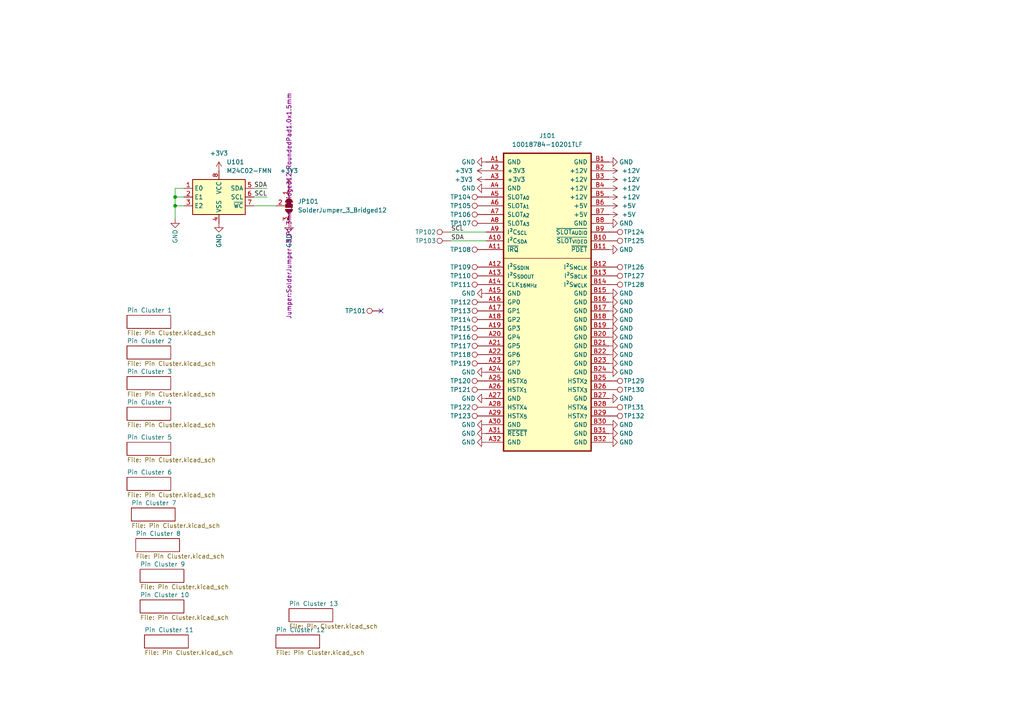
<source format=kicad_sch>
(kicad_sch (version 20231120) (generator "eeschema") (generator_version "8.0")
  (paper "A4")
  (lib_symbols
    (symbol "Connector:TestPoint" (pin_numbers hide) (pin_names (offset 0.762) hide)
      (property "Reference" "TP" (at 0 6.858 0))
      (property "Value" "TestPoint" (at 0 5.08 0))
      (symbol "TestPoint_0_1"
        (circle (center 0 3.302) (radius 0.762))
      )
      (symbol "TestPoint_1_1"
        (pin passive line (at 0 0 90) (length 2.54) (name "1") (number "1"))
      )
    )
    (symbol "Home Computer:AHC-MODCONN-GEN1 Socket" (pin_names (offset 1.016))
      (property "Reference" "J" (at 0.254 44.196 0))
      (property "Value" "10018784-10201TLF" (at 3.048 -46.99 0))
      (symbol "AHC-MODCONN-GEN1 Socket_0_0"
        (rectangle (start -12.7 43.18) (end 12.7 -43.18) (stroke (width 0.4064)) (fill (type background)))
      )
      (symbol "AHC-MODCONN-GEN1 Socket_0_1"
        (polyline (pts (xy -12.7 12.7) (xy 12.7 12.7)))
      )
      (symbol "AHC-MODCONN-GEN1 Socket_1_1"
        (pin power_in line (at -17.78 40.64 0) (length 5.08) (name "GND") (number "A1"))
        (pin open_collector line (at -17.78 17.78 0) (length 5.08) (name "I²C_{SDA}") (number "A10"))
        (pin open_collector line (at -17.78 15.24 0) (length 5.08) (name "~{IRQ}") (number "A11"))
        (pin output line (at -17.78 10.16 0) (length 5.08) (name "I²S_{SDIN}") (number "A12"))
        (pin input line (at -17.78 7.62 0) (length 5.08) (name "I²S_{SDOUT}") (number "A13"))
        (pin input line (at -17.78 5.08 0) (length 5.08) (name "CLK_{16MHz}") (number "A14"))
        (pin power_in line (at -17.78 2.54 0) (length 5.08) (name "GND") (number "A15"))
        (pin bidirectional line (at -17.78 0 0) (length 5.08) (name "GP0") (number "A16"))
        (pin bidirectional line (at -17.78 -2.54 0) (length 5.08) (name "GP1") (number "A17"))
        (pin bidirectional line (at -17.78 -5.08 0) (length 5.08) (name "GP2") (number "A18"))
        (pin bidirectional line (at -17.78 -7.62 0) (length 5.08) (name "GP3") (number "A19"))
        (pin power_in line (at -17.78 38.1 0) (length 5.08) (name "+3V3") (number "A2"))
        (pin bidirectional line (at -17.78 -10.16 0) (length 5.08) (name "GP4") (number "A20"))
        (pin bidirectional line (at -17.78 -12.7 0) (length 5.08) (name "GP5") (number "A21"))
        (pin bidirectional line (at -17.78 -15.24 0) (length 5.08) (name "GP6") (number "A22"))
        (pin bidirectional line (at -17.78 -17.78 0) (length 5.08) (name "GP7") (number "A23"))
        (pin power_in line (at -17.78 -20.32 0) (length 5.08) (name "GND") (number "A24"))
        (pin input line (at -17.78 -22.86 0) (length 5.08) (name "HSTX_{0}") (number "A25"))
        (pin input line (at -17.78 -25.4 0) (length 5.08) (name "HSTX_{1}") (number "A26"))
        (pin power_in line (at -17.78 -27.94 0) (length 5.08) (name "GND") (number "A27"))
        (pin input line (at -17.78 -30.48 0) (length 5.08) (name "HSTX_{4}") (number "A28"))
        (pin input line (at -17.78 -33.02 0) (length 5.08) (name "HSTX_{5}") (number "A29"))
        (pin power_in line (at -17.78 35.56 0) (length 5.08) (name "+3V3") (number "A3"))
        (pin power_in line (at -17.78 -35.56 0) (length 5.08) (name "GND") (number "A30"))
        (pin input line (at -17.78 -38.1 0) (length 5.08) (name "~{RESET}") (number "A31"))
        (pin power_in line (at -17.78 -40.64 0) (length 5.08) (name "GND") (number "A32"))
        (pin power_in line (at -17.78 33.02 0) (length 5.08) (name "GND") (number "A4"))
        (pin input line (at -17.78 30.48 0) (length 5.08) (name "SLOT_{A0}") (number "A5"))
        (pin input line (at -17.78 27.94 0) (length 5.08) (name "SLOT_{A1}") (number "A6"))
        (pin input line (at -17.78 25.4 0) (length 5.08) (name "SLOT_{A2}") (number "A7"))
        (pin input line (at -17.78 22.86 0) (length 5.08) (name "SLOT_{A3}") (number "A8"))
        (pin open_collector line (at -17.78 20.32 0) (length 5.08) (name "I²C_{SCL}") (number "A9"))
        (pin power_in line (at 17.78 40.64 180) (length 5.08) (name "GND") (number "B1"))
        (pin input line (at 17.78 17.78 180) (length 5.08) (name "~{SLOT_{VIDEO}}") (number "B10"))
        (pin open_collector line (at 17.78 15.24 180) (length 5.08) (name "~{PDET}") (number "B11"))
        (pin input line (at 17.78 10.16 180) (length 5.08) (name "I²S_{MCLK}") (number "B12"))
        (pin input line (at 17.78 7.62 180) (length 5.08) (name "I²S_{BCLK}") (number "B13"))
        (pin input line (at 17.78 5.08 180) (length 5.08) (name "I²S_{WCLK}") (number "B14"))
        (pin power_in line (at 17.78 2.54 180) (length 5.08) (name "GND") (number "B15"))
        (pin power_in line (at 17.78 0 180) (length 5.08) (name "GND") (number "B16"))
        (pin power_in line (at 17.78 -2.54 180) (length 5.08) (name "GND") (number "B17"))
        (pin power_in line (at 17.78 -5.08 180) (length 5.08) (name "GND") (number "B18"))
        (pin power_in line (at 17.78 -7.62 180) (length 5.08) (name "GND") (number "B19"))
        (pin power_in line (at 17.78 38.1 180) (length 5.08) (name "+12V") (number "B2"))
        (pin power_in line (at 17.78 -10.16 180) (length 5.08) (name "GND") (number "B20"))
        (pin power_in line (at 17.78 -12.7 180) (length 5.08) (name "GND") (number "B21"))
        (pin power_in line (at 17.78 -15.24 180) (length 5.08) (name "GND") (number "B22"))
        (pin power_in line (at 17.78 -17.78 180) (length 5.08) (name "GND") (number "B23"))
        (pin power_in line (at 17.78 -20.32 180) (length 5.08) (name "GND") (number "B24"))
        (pin input line (at 17.78 -22.86 180) (length 5.08) (name "HSTX_{2}") (number "B25"))
        (pin input line (at 17.78 -25.4 180) (length 5.08) (name "HSTX_{3}") (number "B26"))
        (pin power_in line (at 17.78 -27.94 180) (length 5.08) (name "GND") (number "B27"))
        (pin input line (at 17.78 -30.48 180) (length 5.08) (name "HSTX_{6}") (number "B28"))
        (pin input line (at 17.78 -33.02 180) (length 5.08) (name "HSTX_{7}") (number "B29"))
        (pin power_in line (at 17.78 35.56 180) (length 5.08) (name "+12V") (number "B3"))
        (pin power_in line (at 17.78 -35.56 180) (length 5.08) (name "GND") (number "B30"))
        (pin power_in line (at 17.78 -38.1 180) (length 5.08) (name "GND") (number "B31"))
        (pin power_in line (at 17.78 -40.64 180) (length 5.08) (name "GND") (number "B32"))
        (pin power_in line (at 17.78 33.02 180) (length 5.08) (name "+12V") (number "B4"))
        (pin power_in line (at 17.78 30.48 180) (length 5.08) (name "+12V") (number "B5"))
        (pin power_in line (at 17.78 27.94 180) (length 5.08) (name "+5V") (number "B6"))
        (pin power_in line (at 17.78 25.4 180) (length 5.08) (name "+5V") (number "B7"))
        (pin power_in line (at 17.78 22.86 180) (length 5.08) (name "GND") (number "B8"))
        (pin input line (at 17.78 20.32 180) (length 5.08) (name "~{SLOT_{AUDIO}}") (number "B9"))
      )
    )
    (symbol "Jumper:SolderJumper_3_Bridged12" (pin_names (offset 0) hide) (exclude_from_sim yes) (in_bom no)
      (property "Reference" "JP" (at -2.54 -2.54 0))
      (property "Value" "SolderJumper_3_Bridged12" (at 0 2.794 0))
      (symbol "SolderJumper_3_Bridged12_0_1"
        (rectangle (start -1.016 0.508) (end -0.508 -0.508) (fill (type outline)))
        (arc (start -1.016 1.016) (mid -2.0276 0) (end -1.016 -1.016))
        (arc (start -1.016 1.016) (mid -2.0276 0) (end -1.016 -1.016) (fill (type outline)))
        (rectangle (start -0.508 1.016) (end 0.508 -1.016) (fill (type outline)))
        (polyline (pts (xy -2.54 0) (xy -2.032 0)))
        (polyline (pts (xy -1.016 1.016) (xy -1.016 -1.016)))
        (polyline (pts (xy 0 -1.27) (xy 0 -1.016)))
        (polyline (pts (xy 1.016 1.016) (xy 1.016 -1.016)))
        (polyline (pts (xy 2.54 0) (xy 2.032 0)))
        (arc (start 1.016 -1.016) (mid 2.0276 0) (end 1.016 1.016))
        (arc (start 1.016 -1.016) (mid 2.0276 0) (end 1.016 1.016) (fill (type outline)))
      )
      (symbol "SolderJumper_3_Bridged12_1_1"
        (pin passive line (at -5.08 0 0) (length 2.54) (name "A") (number "1"))
        (pin passive line (at 0 -3.81 90) (length 2.54) (name "C") (number "2"))
        (pin passive line (at 5.08 0 180) (length 2.54) (name "B") (number "3"))
      )
    )
    (symbol "Memory_EEPROM:M24C02-FMN"
      (property "Reference" "U" (at -6.35 6.35 0))
      (property "Value" "M24C02-FMN" (at 7.62 6.35 0))
      (symbol "M24C02-FMN_0_1"
        (rectangle (start -7.62 5.08) (end 7.62 -5.08) (stroke (width 0.254)) (fill (type background)))
      )
      (symbol "M24C02-FMN_1_1"
        (pin input line (at -10.16 2.54 0) (length 2.54) (name "E0") (number "1"))
        (pin input line (at -10.16 0 0) (length 2.54) (name "E1") (number "2"))
        (pin input line (at -10.16 -2.54 0) (length 2.54) (name "E2") (number "3"))
        (pin power_in line (at 0 -7.62 90) (length 2.54) (name "VSS") (number "4"))
        (pin bidirectional line (at 10.16 2.54 180) (length 2.54) (name "SDA") (number "5"))
        (pin input line (at 10.16 0 180) (length 2.54) (name "SCL") (number "6"))
        (pin input line (at 10.16 -2.54 180) (length 2.54) (name "~{WC}") (number "7"))
        (pin power_in line (at 0 7.62 270) (length 2.54) (name "VCC") (number "8"))
      )
    )
    (symbol "power:+12V" (power) (pin_numbers hide) (pin_names (offset 0) hide)
      (property "Value" "+12V" (at 0 3.556 0))
      (symbol "+12V_0_1"
        (polyline (pts (xy -0.762 1.27) (xy 0 2.54)))
        (polyline (pts (xy 0 0) (xy 0 2.54)))
        (polyline (pts (xy 0 2.54) (xy 0.762 1.27)))
      )
      (symbol "+12V_1_1"
        (pin power_in line (at 0 0 90) (length 0) (name "~") (number "1"))
      )
    )
    (symbol "power:+3V3" (power) (pin_numbers hide) (pin_names (offset 0) hide)
      (property "Value" "+3V3" (at 0 3.556 0))
      (symbol "+3V3_0_1"
        (polyline (pts (xy -0.762 1.27) (xy 0 2.54)))
        (polyline (pts (xy 0 0) (xy 0 2.54)))
        (polyline (pts (xy 0 2.54) (xy 0.762 1.27)))
      )
      (symbol "+3V3_1_1"
        (pin power_in line (at 0 0 90) (length 0) (name "~") (number "1"))
      )
    )
    (symbol "power:+5V" (power) (pin_numbers hide) (pin_names (offset 0) hide)
      (property "Value" "+5V" (at 0 3.556 0))
      (symbol "+5V_0_1"
        (polyline (pts (xy -0.762 1.27) (xy 0 2.54)))
        (polyline (pts (xy 0 0) (xy 0 2.54)))
        (polyline (pts (xy 0 2.54) (xy 0.762 1.27)))
      )
      (symbol "+5V_1_1"
        (pin power_in line (at 0 0 90) (length 0) (name "~") (number "1"))
      )
    )
    (symbol "power:GND" (power) (pin_numbers hide) (pin_names (offset 0) hide)
      (property "Value" "GND" (at 0 -3.81 0))
      (symbol "GND_0_1"
        (polyline (pts (xy 0 0) (xy 0 -1.27) (xy 1.27 -1.27) (xy 0 -2.54) (xy -1.27 -1.27) (xy 0 -1.27)))
      )
      (symbol "GND_1_1"
        (pin power_in line (at 0 0 270) (length 0) (name "~") (number "1"))
      )
    )
  )
  (junction (at 50.8 59.69))
  (junction (at 50.8 57.15))
  (no_connect (at 110.49 90.17))
  (wire (pts (xy 50.8 57.15) (xy 50.8 59.69)))
  (wire (pts (xy 50.8 59.69) (xy 50.8 63.5)))
  (wire (pts (xy 130.81 67.31) (xy 140.97 67.31)))
  (wire (pts (xy 73.66 57.15) (xy 77.47 57.15)))
  (wire (pts (xy 53.34 54.61) (xy 50.8 54.61)))
  (wire (pts (xy 73.66 59.69) (xy 80.01 59.69)))
  (wire (pts (xy 73.66 54.61) (xy 77.47 54.61)))
  (wire (pts (xy 50.8 59.69) (xy 53.34 59.69)))
  (wire (pts (xy 50.8 57.15) (xy 53.34 57.15)))
  (wire (pts (xy 50.8 54.61) (xy 50.8 57.15)))
  (wire (pts (xy 130.81 69.85) (xy 140.97 69.85)))
  (label "SDA" (at 130.81 69.85 0))
  (label "SDA" (at 77.47 54.61 180))
  (label "SCL" (at 130.81 67.31 0))
  (label "SCL" (at 77.47 57.15 180))
  (symbol (lib_id "Connector:TestPoint") (at 176.53 118.11 270) (mirror x) (unit 1)
    (property "Reference" "TP131" (at 183.896 118.11 90))
    (property "Value" "HSTX6" (effects (hide yes)))
    (property "Footprint" "TestPoint:TestPoint_THTPad_D1.5mm_Drill0.7mm" (effects (hide yes)))
    (property "Description" "test point" (effects (hide yes)))
  )
  (symbol (lib_id "power:+5V") (at 176.53 59.69 270) (unit 1)
    (property "Reference" "#PWR0121" (effects (hide yes)))
    (property "Value" "+5V" (at 180.34 59.6899 90) (effects (justify left)))
    (property "Description" "Power symbol creates a global label with name \"+5V\"" (effects (hide yes)))
  )
  (symbol (lib_id "Connector:TestPoint") (at 140.97 77.47 90) (unit 1)
    (property "Reference" "TP109" (at 133.604 77.47 90))
    (property "Value" "SDIN" (effects (hide yes)))
    (property "Footprint" "TestPoint:TestPoint_THTPad_D1.5mm_Drill0.7mm" (effects (hide yes)))
    (property "Description" "test point" (effects (hide yes)))
  )
  (symbol (lib_id "power:GND") (at 176.53 105.41 90) (mirror x) (unit 1)
    (property "Reference" "#PWR0133" (effects (hide yes)))
    (property "Value" "GND" (at 181.61 105.41 90))
    (property "Description" "Power symbol creates a global label with name \"GND\" , ground" (effects (hide yes)))
  )
  (symbol (lib_id "Connector:TestPoint") (at 140.97 118.11 90) (unit 1)
    (property "Reference" "TP122" (at 133.604 118.11 90))
    (property "Value" "HSTX4" (effects (hide yes)))
    (property "Footprint" "TestPoint:TestPoint_THTPad_D1.5mm_Drill0.7mm" (effects (hide yes)))
    (property "Description" "test point" (effects (hide yes)))
  )
  (symbol (lib_id "power:GND") (at 176.53 115.57 90) (mirror x) (unit 1)
    (property "Reference" "#PWR0135" (effects (hide yes)))
    (property "Value" "GND" (at 181.61 115.57 90))
    (property "Description" "Power symbol creates a global label with name \"GND\" , ground" (effects (hide yes)))
  )
  (symbol (lib_id "power:+12V") (at 176.53 49.53 270) (unit 1)
    (property "Reference" "#PWR0117" (effects (hide yes)))
    (property "Value" "+12V" (at 180.34 49.5299 90) (effects (justify left)))
    (property "Description" "Power symbol creates a global label with name \"+12V\"" (effects (hide yes)))
  )
  (symbol (lib_id "power:GND") (at 140.97 85.09 270) (mirror x) (unit 1)
    (property "Reference" "#PWR0110" (effects (hide yes)))
    (property "Value" "GND" (at 135.89 85.09 90))
    (property "Description" "Power symbol creates a global label with name \"GND\" , ground" (effects (hide yes)))
  )
  (symbol (lib_id "power:GND") (at 83.82 64.77 0) (mirror y) (unit 1)
    (property "Reference" "#PWR0105" (effects (hide yes)))
    (property "Value" "GND" (at 83.82 69.85 90))
    (property "Description" "Power symbol creates a global label with name \"GND\" , ground" (effects (hide yes)))
  )
  (symbol (lib_id "power:GND") (at 140.97 123.19 270) (unit 1)
    (property "Reference" "#PWR0113" (effects (hide yes)))
    (property "Value" "GND" (at 135.89 123.19 90))
    (property "Description" "Power symbol creates a global label with name \"GND\" , ground" (effects (hide yes)))
  )
  (symbol (lib_id "Connector:TestPoint") (at 140.97 72.39 90) (unit 1)
    (property "Reference" "TP108" (at 133.604 72.39 90))
    (property "Value" "IRQ" (effects (hide yes)))
    (property "Footprint" "TestPoint:TestPoint_THTPad_D1.5mm_Drill0.7mm" (effects (hide yes)))
    (property "Description" "test point" (effects (hide yes)))
  )
  (symbol (lib_id "Connector:TestPoint") (at 130.81 69.85 90) (unit 1)
    (property "Reference" "TP103" (at 123.444 69.85 90))
    (property "Value" "SDA" (effects (hide yes)))
    (property "Footprint" "TestPoint:TestPoint_THTPad_D1.5mm_Drill0.7mm" (effects (hide yes)))
    (property "Description" "test point" (effects (hide yes)))
  )
  (symbol (lib_id "Connector:TestPoint") (at 140.97 90.17 90) (unit 1)
    (property "Reference" "TP113" (at 133.604 90.17 90))
    (property "Value" "GP1" (effects (hide yes)))
    (property "Footprint" "TestPoint:TestPoint_THTPad_D1.5mm_Drill0.7mm" (effects (hide yes)))
    (property "Description" "test point" (effects (hide yes)))
  )
  (symbol (lib_id "power:GND") (at 176.53 72.39 90) (mirror x) (unit 1)
    (property "Reference" "#PWR0124" (effects (hide yes)))
    (property "Value" "GND" (at 181.61 72.39 90))
    (property "Description" "Power symbol creates a global label with name \"GND\" , ground" (effects (hide yes)))
  )
  (symbol (lib_id "Connector:TestPoint") (at 140.97 120.65 90) (unit 1)
    (property "Reference" "TP123" (at 133.604 120.65 90))
    (property "Value" "HSTX5" (effects (hide yes)))
    (property "Footprint" "TestPoint:TestPoint_THTPad_D1.5mm_Drill0.7mm" (effects (hide yes)))
    (property "Description" "test point" (effects (hide yes)))
  )
  (symbol (lib_id "power:GND") (at 176.53 97.79 90) (mirror x) (unit 1)
    (property "Reference" "#PWR0130" (effects (hide yes)))
    (property "Value" "GND" (at 181.61 97.79 90))
    (property "Description" "Power symbol creates a global label with name \"GND\" , ground" (effects (hide yes)))
  )
  (symbol (lib_id "power:+12V") (at 176.53 54.61 270) (unit 1)
    (property "Reference" "#PWR0119" (effects (hide yes)))
    (property "Value" "+12V" (at 180.34 54.6099 90) (effects (justify left)))
    (property "Description" "Power symbol creates a global label with name \"+12V\"" (effects (hide yes)))
  )
  (symbol (lib_id "Connector:TestPoint") (at 176.53 113.03 270) (mirror x) (unit 1)
    (property "Reference" "TP130" (at 183.896 113.03 90))
    (property "Value" "HSTX3" (effects (hide yes)))
    (property "Footprint" "TestPoint:TestPoint_THTPad_D1.5mm_Drill0.7mm" (effects (hide yes)))
    (property "Description" "test point" (effects (hide yes)))
  )
  (symbol (lib_id "Connector:TestPoint") (at 140.97 57.15 90) (unit 1)
    (property "Reference" "TP104" (at 133.604 57.15 90))
    (property "Value" "A0" (effects (hide yes)))
    (property "Footprint" "TestPoint:TestPoint_THTPad_D1.5mm_Drill0.7mm" (effects (hide yes)))
    (property "Description" "test point" (effects (hide yes)))
  )
  (symbol (lib_id "power:+5V") (at 176.53 62.23 270) (unit 1)
    (property "Reference" "#PWR0122" (effects (hide yes)))
    (property "Value" "+5V" (at 180.34 62.2299 90) (effects (justify left)))
    (property "Description" "Power symbol creates a global label with name \"+5V\"" (effects (hide yes)))
  )
  (symbol (lib_id "power:GND") (at 176.53 87.63 90) (mirror x) (unit 1)
    (property "Reference" "#PWR0126" (effects (hide yes)))
    (property "Value" "GND" (at 181.61 87.63 90))
    (property "Description" "Power symbol creates a global label with name \"GND\" , ground" (effects (hide yes)))
  )
  (symbol (lib_id "Connector:TestPoint") (at 140.97 82.55 90) (unit 1)
    (property "Reference" "TP111" (at 133.604 82.55 90))
    (property "Value" "16MHz" (effects (hide yes)))
    (property "Footprint" "TestPoint:TestPoint_THTPad_D1.5mm_Drill0.7mm" (effects (hide yes)))
    (property "Description" "test point" (effects (hide yes)))
  )
  (symbol (lib_id "Connector:TestPoint") (at 176.53 80.01 270) (mirror x) (unit 1)
    (property "Reference" "TP127" (at 183.896 80.01 90))
    (property "Value" "BCLK" (effects (hide yes)))
    (property "Footprint" "TestPoint:TestPoint_THTPad_D1.5mm_Drill0.7mm" (effects (hide yes)))
    (property "Description" "test point" (effects (hide yes)))
  )
  (symbol (lib_id "Connector:TestPoint") (at 140.97 110.49 90) (unit 1)
    (property "Reference" "TP120" (at 133.604 110.49 90))
    (property "Value" "HSTX0" (effects (hide yes)))
    (property "Footprint" "TestPoint:TestPoint_THTPad_D1.5mm_Drill0.7mm" (effects (hide yes)))
    (property "Description" "test point" (effects (hide yes)))
  )
  (symbol (lib_id "Connector:TestPoint") (at 140.97 87.63 90) (unit 1)
    (property "Reference" "TP112" (at 133.604 87.63 90))
    (property "Value" "GP0" (effects (hide yes)))
    (property "Footprint" "TestPoint:TestPoint_THTPad_D1.5mm_Drill0.7mm" (effects (hide yes)))
    (property "Description" "test point" (effects (hide yes)))
  )
  (symbol (lib_id "Memory_EEPROM:M24C02-FMN") (at 63.5 57.15 0) (unit 1)
    (property "Reference" "U101" (at 65.6941 46.99 0) (effects (justify left)))
    (property "Value" "M24C02-FMN" (at 65.6941 49.53 0) (effects (justify left)))
    (property "Footprint" "Package_SO:SOIC-8_3.9x4.9mm_P1.27mm" (effects (hide yes)))
    (property "Datasheet" "http://www.st.com/content/ccc/resource/technical/document/datasheet/b0/d8/50/40/5a/85/49/6f/DM00071904.pdf/files/DM00071904.pdf/jcr:content/translations/en.DM00071904.pdf" (effects (hide yes)))
    (property "Description" "2Kb (256x8) I2C Serial EEPROM, 1.6-5.5V, SOIC-8" (effects (hide yes)))
  )
  (symbol (lib_id "Connector:TestPoint") (at 140.97 62.23 90) (unit 1)
    (property "Reference" "TP106" (at 133.604 62.23 90))
    (property "Value" "A2" (effects (hide yes)))
    (property "Footprint" "TestPoint:TestPoint_THTPad_D1.5mm_Drill0.7mm" (effects (hide yes)))
    (property "Description" "test point" (effects (hide yes)))
  )
  (symbol (lib_id "Home Computer:AHC-MODCONN-GEN1 Socket") (at 158.75 87.63 0) (unit 1)
    (property "Reference" "J101" (at 158.75 39.37 0))
    (property "Value" "10018784-10201TLF" (at 158.75 41.91 0))
    (property "Footprint" "Connector_PCBEdge:BUS_PCIexpress_x4" (effects (hide yes)))
    (property "Datasheet" "https://www.mouser.de/datasheet/2/18/10018784-1228695.pdf" (effects (hide yes)))
    (property "Description" "PCIe Connector" (effects (hide yes)))
    (property "PARTREV" "A" (effects (hide yes)))
    (property "STANDARD" "MANUFACTURER RECOMMENDATIONS" (effects (hide yes)))
    (property "MANUFACTURER" "AMPHENOL" (effects (hide yes)))
  )
  (symbol (lib_id "Connector:TestPoint") (at 140.97 97.79 90) (unit 1)
    (property "Reference" "TP116" (at 133.604 97.79 90))
    (property "Value" "GP4" (effects (hide yes)))
    (property "Footprint" "TestPoint:TestPoint_THTPad_D1.5mm_Drill0.7mm" (effects (hide yes)))
    (property "Description" "test point" (effects (hide yes)))
  )
  (symbol (lib_id "power:GND") (at 140.97 46.99 270) (mirror x) (unit 1)
    (property "Reference" "#PWR0106" (effects (hide yes)))
    (property "Value" "GND" (at 135.89 46.99 90))
    (property "Description" "Power symbol creates a global label with name \"GND\" , ground" (effects (hide yes)))
  )
  (symbol (lib_id "Connector:TestPoint") (at 140.97 102.87 90) (unit 1)
    (property "Reference" "TP118" (at 133.604 102.87 90))
    (property "Value" "GP6" (effects (hide yes)))
    (property "Footprint" "TestPoint:TestPoint_THTPad_D1.5mm_Drill0.7mm" (effects (hide yes)))
    (property "Description" "test point" (effects (hide yes)))
  )
  (symbol (lib_id "power:GND") (at 140.97 125.73 270) (unit 1)
    (property "Reference" "#PWR0114" (effects (hide yes)))
    (property "Value" "GND" (at 135.89 125.73 90))
    (property "Description" "Power symbol creates a global label with name \"GND\" , ground" (effects (hide yes)))
  )
  (symbol (lib_id "Connector:TestPoint") (at 140.97 64.77 90) (unit 1)
    (property "Reference" "TP107" (at 133.604 64.77 90))
    (property "Value" "A3" (effects (hide yes)))
    (property "Footprint" "TestPoint:TestPoint_THTPad_D1.5mm_Drill0.7mm" (effects (hide yes)))
    (property "Description" "test point" (effects (hide yes)))
  )
  (symbol (lib_id "Connector:TestPoint") (at 110.49 90.17 90) (unit 1)
    (property "Reference" "TP101" (at 103.124 90.17 90))
    (property "Value" "GP7" (effects (hide yes)))
    (property "Footprint" "TestPoint:TestPoint_THTPad_D1.5mm_Drill0.7mm" (effects (hide yes)))
    (property "Description" "test point" (effects (hide yes)))
  )
  (symbol (lib_id "power:GND") (at 176.53 125.73 90) (mirror x) (unit 1)
    (property "Reference" "#PWR0137" (effects (hide yes)))
    (property "Value" "GND" (at 181.61 125.73 90))
    (property "Description" "Power symbol creates a global label with name \"GND\" , ground" (effects (hide yes)))
  )
  (symbol (lib_id "Connector:TestPoint") (at 140.97 100.33 90) (unit 1)
    (property "Reference" "TP117" (at 133.604 100.33 90))
    (property "Value" "GP5" (effects (hide yes)))
    (property "Footprint" "TestPoint:TestPoint_THTPad_D1.5mm_Drill0.7mm" (effects (hide yes)))
    (property "Description" "test point" (effects (hide yes)))
  )
  (symbol (lib_id "Connector:TestPoint") (at 140.97 113.03 90) (unit 1)
    (property "Reference" "TP121" (at 133.604 113.03 90))
    (property "Value" "HSTX1" (effects (hide yes)))
    (property "Footprint" "TestPoint:TestPoint_THTPad_D1.5mm_Drill0.7mm" (effects (hide yes)))
    (property "Description" "test point" (effects (hide yes)))
  )
  (symbol (lib_id "power:GND") (at 176.53 102.87 90) (mirror x) (unit 1)
    (property "Reference" "#PWR0132" (effects (hide yes)))
    (property "Value" "GND" (at 181.61 102.87 90))
    (property "Description" "Power symbol creates a global label with name \"GND\" , ground" (effects (hide yes)))
  )
  (symbol (lib_id "Connector:TestPoint") (at 130.81 67.31 90) (unit 1)
    (property "Reference" "TP102" (at 123.444 67.31 90))
    (property "Value" "SCL" (effects (hide yes)))
    (property "Footprint" "TestPoint:TestPoint_THTPad_D1.5mm_Drill0.7mm" (effects (hide yes)))
    (property "Description" "test point" (effects (hide yes)))
  )
  (symbol (lib_id "power:GND") (at 140.97 115.57 270) (unit 1)
    (property "Reference" "#PWR0112" (effects (hide yes)))
    (property "Value" "GND" (at 135.89 115.57 90))
    (property "Description" "Power symbol creates a global label with name \"GND\" , ground" (effects (hide yes)))
  )
  (symbol (lib_id "power:+12V") (at 176.53 52.07 270) (unit 1)
    (property "Reference" "#PWR0118" (effects (hide yes)))
    (property "Value" "+12V" (at 180.34 52.0699 90) (effects (justify left)))
    (property "Description" "Power symbol creates a global label with name \"+12V\"" (effects (hide yes)))
  )
  (symbol (lib_id "Connector:TestPoint") (at 176.53 82.55 270) (mirror x) (unit 1)
    (property "Reference" "TP128" (at 183.896 82.55 90))
    (property "Value" "WCLK" (effects (hide yes)))
    (property "Footprint" "TestPoint:TestPoint_THTPad_D1.5mm_Drill0.7mm" (effects (hide yes)))
    (property "Description" "test point" (effects (hide yes)))
  )
  (symbol (lib_id "power:GND") (at 176.53 90.17 90) (mirror x) (unit 1)
    (property "Reference" "#PWR0127" (effects (hide yes)))
    (property "Value" "GND" (at 181.61 90.17 90))
    (property "Description" "Power symbol creates a global label with name \"GND\" , ground" (effects (hide yes)))
  )
  (symbol (lib_id "power:+12V") (at 176.53 57.15 270) (unit 1)
    (property "Reference" "#PWR0120" (effects (hide yes)))
    (property "Value" "+12V" (at 180.34 57.1499 90) (effects (justify left)))
    (property "Description" "Power symbol creates a global label with name \"+12V\"" (effects (hide yes)))
  )
  (symbol (lib_id "power:+3V3") (at 83.82 54.61 0) (mirror y) (unit 1)
    (property "Reference" "#PWR0104" (effects (hide yes)))
    (property "Value" "+3V3" (at 83.82 49.53 0))
    (property "Description" "Power symbol creates a global label with name \"+3V3\"" (effects (hide yes)))
  )
  (symbol (lib_id "power:+3V3") (at 63.5 49.53 0) (mirror y) (unit 1)
    (property "Reference" "#PWR0102" (effects (hide yes)))
    (property "Value" "+3V3" (at 63.5 44.45 0))
    (property "Description" "Power symbol creates a global label with name \"+3V3\"" (effects (hide yes)))
  )
  (symbol (lib_id "Connector:TestPoint") (at 176.53 69.85 270) (mirror x) (unit 1)
    (property "Reference" "TP125" (at 183.896 69.85 90))
    (property "Value" "~{VIDEO}" (effects (hide yes)))
    (property "Footprint" "TestPoint:TestPoint_THTPad_D1.5mm_Drill0.7mm" (effects (hide yes)))
    (property "Description" "test point" (effects (hide yes)))
  )
  (symbol (lib_id "power:GND") (at 50.8 63.5 0) (mirror y) (unit 1)
    (property "Reference" "#PWR0101" (effects (hide yes)))
    (property "Value" "GND" (at 50.8 68.58 90))
    (property "Description" "Power symbol creates a global label with name \"GND\" , ground" (effects (hide yes)))
  )
  (symbol (lib_id "Connector:TestPoint") (at 140.97 59.69 90) (unit 1)
    (property "Reference" "TP105" (at 133.604 59.69 90))
    (property "Value" "A1" (effects (hide yes)))
    (property "Footprint" "TestPoint:TestPoint_THTPad_D1.5mm_Drill0.7mm" (effects (hide yes)))
    (property "Description" "test point" (effects (hide yes)))
  )
  (symbol (lib_id "Connector:TestPoint") (at 176.53 110.49 270) (mirror x) (unit 1)
    (property "Reference" "TP129" (at 183.896 110.49 90))
    (property "Value" "HSTX2" (effects (hide yes)))
    (property "Footprint" "TestPoint:TestPoint_THTPad_D1.5mm_Drill0.7mm" (effects (hide yes)))
    (property "Description" "test point" (effects (hide yes)))
  )
  (symbol (lib_id "power:GND") (at 140.97 54.61 270) (mirror x) (unit 1)
    (property "Reference" "#PWR0109" (effects (hide yes)))
    (property "Value" "GND" (at 135.89 54.61 90))
    (property "Description" "Power symbol creates a global label with name \"GND\" , ground" (effects (hide yes)))
  )
  (symbol (lib_id "power:GND") (at 176.53 128.27 90) (mirror x) (unit 1)
    (property "Reference" "#PWR0138" (effects (hide yes)))
    (property "Value" "GND" (at 181.61 128.27 90))
    (property "Description" "Power symbol creates a global label with name \"GND\" , ground" (effects (hide yes)))
  )
  (symbol (lib_id "power:GND") (at 176.53 123.19 90) (mirror x) (unit 1)
    (property "Reference" "#PWR0136" (effects (hide yes)))
    (property "Value" "GND" (at 181.61 123.19 90))
    (property "Description" "Power symbol creates a global label with name \"GND\" , ground" (effects (hide yes)))
  )
  (symbol (lib_id "power:GND") (at 176.53 64.77 90) (mirror x) (unit 1)
    (property "Reference" "#PWR0123" (effects (hide yes)))
    (property "Value" "GND" (at 181.61 64.77 90))
    (property "Description" "Power symbol creates a global label with name \"GND\" , ground" (effects (hide yes)))
  )
  (symbol (lib_id "Connector:TestPoint") (at 140.97 105.41 90) (unit 1)
    (property "Reference" "TP119" (at 133.604 105.41 90))
    (property "Value" "GP7" (effects (hide yes)))
    (property "Footprint" "TestPoint:TestPoint_THTPad_D1.5mm_Drill0.7mm" (effects (hide yes)))
    (property "Description" "test point" (effects (hide yes)))
  )
  (symbol (lib_id "power:GND") (at 176.53 92.71 90) (mirror x) (unit 1)
    (property "Reference" "#PWR0128" (effects (hide yes)))
    (property "Value" "GND" (at 181.61 92.71 90))
    (property "Description" "Power symbol creates a global label with name \"GND\" , ground" (effects (hide yes)))
  )
  (symbol (lib_id "power:GND") (at 176.53 95.25 90) (mirror x) (unit 1)
    (property "Reference" "#PWR0129" (effects (hide yes)))
    (property "Value" "GND" (at 181.61 95.25 90))
    (property "Description" "Power symbol creates a global label with name \"GND\" , ground" (effects (hide yes)))
  )
  (symbol (lib_id "power:GND") (at 176.53 100.33 90) (mirror x) (unit 1)
    (property "Reference" "#PWR0131" (effects (hide yes)))
    (property "Value" "GND" (at 181.61 100.33 90))
    (property "Description" "Power symbol creates a global label with name \"GND\" , ground" (effects (hide yes)))
  )
  (symbol (lib_id "Connector:TestPoint") (at 140.97 80.01 90) (unit 1)
    (property "Reference" "TP110" (at 133.604 80.01 90))
    (property "Value" "SDOUT" (effects (hide yes)))
    (property "Footprint" "TestPoint:TestPoint_THTPad_D1.5mm_Drill0.7mm" (effects (hide yes)))
    (property "Description" "test point" (effects (hide yes)))
  )
  (symbol (lib_id "power:GND") (at 176.53 46.99 90) (mirror x) (unit 1)
    (property "Reference" "#PWR0116" (effects (hide yes)))
    (property "Value" "GND" (at 181.61 46.99 90))
    (property "Description" "Power symbol creates a global label with name \"GND\" , ground" (effects (hide yes)))
  )
  (symbol (lib_id "power:+3V3") (at 140.97 49.53 90) (mirror x) (unit 1)
    (property "Reference" "#PWR0107" (effects (hide yes)))
    (property "Value" "+3V3" (at 137.16 49.5299 90) (effects (justify left)))
    (property "Description" "Power symbol creates a global label with name \"+3V3\"" (effects (hide yes)))
  )
  (symbol (lib_id "Connector:TestPoint") (at 140.97 92.71 90) (unit 1)
    (property "Reference" "TP114" (at 133.604 92.71 90))
    (property "Value" "GP2" (effects (hide yes)))
    (property "Footprint" "TestPoint:TestPoint_THTPad_D1.5mm_Drill0.7mm" (effects (hide yes)))
    (property "Description" "test point" (effects (hide yes)))
  )
  (symbol (lib_id "power:GND") (at 63.5 64.77 0) (mirror y) (unit 1)
    (property "Reference" "#PWR0103" (effects (hide yes)))
    (property "Value" "GND" (at 63.5 69.85 90))
    (property "Description" "Power symbol creates a global label with name \"GND\" , ground" (effects (hide yes)))
  )
  (symbol (lib_id "power:GND") (at 176.53 107.95 90) (mirror x) (unit 1)
    (property "Reference" "#PWR0134" (effects (hide yes)))
    (property "Value" "GND" (at 181.61 107.95 90))
    (property "Description" "Power symbol creates a global label with name \"GND\" , ground" (effects (hide yes)))
  )
  (symbol (lib_id "Connector:TestPoint") (at 176.53 67.31 270) (mirror x) (unit 1)
    (property "Reference" "TP124" (at 183.896 67.31 90))
    (property "Value" "~{AUDIO}" (effects (hide yes)))
    (property "Footprint" "TestPoint:TestPoint_THTPad_D1.5mm_Drill0.7mm" (effects (hide yes)))
    (property "Description" "test point" (effects (hide yes)))
  )
  (symbol (lib_id "Connector:TestPoint") (at 140.97 95.25 90) (unit 1)
    (property "Reference" "TP115" (at 133.604 95.25 90))
    (property "Value" "GP3" (effects (hide yes)))
    (property "Footprint" "TestPoint:TestPoint_THTPad_D1.5mm_Drill0.7mm" (effects (hide yes)))
    (property "Description" "test point" (effects (hide yes)))
  )
  (symbol (lib_id "power:GND") (at 140.97 107.95 270) (unit 1)
    (property "Reference" "#PWR0111" (effects (hide yes)))
    (property "Value" "GND" (at 135.89 107.95 90))
    (property "Description" "Power symbol creates a global label with name \"GND\" , ground" (effects (hide yes)))
  )
  (symbol (lib_id "Connector:TestPoint") (at 176.53 120.65 270) (mirror x) (unit 1)
    (property "Reference" "TP132" (at 183.896 120.65 90))
    (property "Value" "HSTX7" (effects (hide yes)))
    (property "Footprint" "TestPoint:TestPoint_THTPad_D1.5mm_Drill0.7mm" (effects (hide yes)))
    (property "Description" "test point" (effects (hide yes)))
  )
  (symbol (lib_id "Jumper:SolderJumper_3_Bridged12") (at 83.82 59.69 270) (unit 1) (exclude_from_sim yes) (in_bom no)
    (property "Reference" "JP101" (at 86.36 58.4199 90) (effects (justify left)))
    (property "Value" "SolderJumper_3_Bridged12" (at 86.36 60.9599 90) (effects (justify left)))
    (property "Footprint" "Jumper:SolderJumper-3_P1.3mm_Bridged12_RoundedPad1.0x1.5mm" (at 83.82 59.69 0))
    (property "Description" "3-pole Solder Jumper, pins 1+2 closed/bridged" (effects (hide yes)))
  )
  (symbol (lib_id "power:+3V3") (at 140.97 52.07 90) (mirror x) (unit 1)
    (property "Reference" "#PWR0108" (effects (hide yes)))
    (property "Value" "+3V3" (at 137.16 52.0699 90) (effects (justify left)))
    (property "Description" "Power symbol creates a global label with name \"+3V3\"" (effects (hide yes)))
  )
  (symbol (lib_id "power:GND") (at 140.97 128.27 270) (unit 1)
    (property "Reference" "#PWR0115" (effects (hide yes)))
    (property "Value" "GND" (at 135.89 128.27 90))
    (property "Description" "Power symbol creates a global label with name \"GND\" , ground" (effects (hide yes)))
  )
  (symbol (lib_id "Connector:TestPoint") (at 176.53 77.47 270) (mirror x) (unit 1)
    (property "Reference" "TP126" (at 183.896 77.47 90))
    (property "Value" "MCLK" (effects (hide yes)))
    (property "Footprint" "TestPoint:TestPoint_THTPad_D1.5mm_Drill0.7mm" (effects (hide yes)))
    (property "Description" "test point" (effects (hide yes)))
  )
  (symbol (lib_id "power:GND") (at 176.53 85.09 90) (mirror x) (unit 1)
    (property "Reference" "#PWR0125" (effects (hide yes)))
    (property "Value" "GND" (at 181.61 85.09 90))
    (property "Description" "Power symbol creates a global label with name \"GND\" , ground" (effects (hide yes)))
  )
  (sheet (at 36.83 128.27) (size 12.7 3.81) (stroke (width 0.1524))
    (property "Sheetname" "Pin Cluster 5" (at 36.83 127.5584 0) (effects (justify left bottom)))
    (property "Sheetfile" "Pin Cluster.kicad_sch" (at 36.83 132.6646 0) (effects (justify left top)))
  )
  (sheet (at 36.83 138.43) (size 12.7 3.81) (stroke (width 0.1524))
    (property "Sheetname" "Pin Cluster 6" (at 36.83 137.7184 0) (effects (justify left bottom)))
    (property "Sheetfile" "Pin Cluster.kicad_sch" (at 36.83 142.8246 0) (effects (justify left top)))
  )
  (sheet (at 36.83 109.22) (size 12.7 3.81) (stroke (width 0.1524))
    (property "Sheetname" "Pin Cluster 3" (at 36.83 108.5084 0) (effects (justify left bottom)))
    (property "Sheetfile" "Pin Cluster.kicad_sch" (at 36.83 113.6146 0) (effects (justify left top)))
  )
  (sheet (at 40.64 165.1) (size 12.7 3.81) (stroke (width 0.1524))
    (property "Sheetname" "Pin Cluster 9" (at 40.64 164.3884 0) (effects (justify left bottom)))
    (property "Sheetfile" "Pin Cluster.kicad_sch" (at 40.64 169.4946 0) (effects (justify left top)))
  )
  (sheet (at 41.91 184.15) (size 12.7 3.81) (stroke (width 0.1524))
    (property "Sheetname" "Pin Cluster 11" (at 41.91 183.4384 0) (effects (justify left bottom)))
    (property "Sheetfile" "Pin Cluster.kicad_sch" (at 41.91 188.5446 0) (effects (justify left top)))
  )
  (sheet (at 39.37 156.21) (size 12.7 3.81) (stroke (width 0.1524))
    (property "Sheetname" "Pin Cluster 8" (at 39.37 155.4984 0) (effects (justify left bottom)))
    (property "Sheetfile" "Pin Cluster.kicad_sch" (at 39.37 160.6046 0) (effects (justify left top)))
  )
  (sheet (at 83.82 176.53) (size 12.7 3.81) (stroke (width 0.1524))
    (property "Sheetname" "Pin Cluster 13" (at 83.82 175.8184 0) (effects (justify left bottom)))
    (property "Sheetfile" "Pin Cluster.kicad_sch" (at 83.82 180.9246 0) (effects (justify left top)))
  )
  (sheet (at 36.83 100.33) (size 12.7 3.81) (stroke (width 0.1524))
    (property "Sheetname" "Pin Cluster 2" (at 36.83 99.6184 0) (effects (justify left bottom)))
    (property "Sheetfile" "Pin Cluster.kicad_sch" (at 36.83 104.7246 0) (effects (justify left top)))
  )
  (sheet (at 38.1 147.32) (size 12.7 3.81) (stroke (width 0.1524))
    (property "Sheetname" "Pin Cluster 7" (at 38.1 146.6084 0) (effects (justify left bottom)))
    (property "Sheetfile" "Pin Cluster.kicad_sch" (at 38.1 151.7146 0) (effects (justify left top)))
  )
  (sheet (at 80.01 184.15) (size 12.7 3.81) (stroke (width 0.1524))
    (property "Sheetname" "Pin Cluster 12" (at 80.01 183.4384 0) (effects (justify left bottom)))
    (property "Sheetfile" "Pin Cluster.kicad_sch" (at 80.01 188.5446 0) (effects (justify left top)))
  )
  (sheet (at 36.83 91.44) (size 12.7 3.81) (stroke (width 0.1524))
    (property "Sheetname" "Pin Cluster 1" (at 36.83 90.7284 0) (effects (justify left bottom)))
    (property "Sheetfile" "Pin Cluster.kicad_sch" (at 36.83 95.8346 0) (effects (justify left top)))
  )
  (sheet (at 36.83 118.11) (size 12.7 3.81) (stroke (width 0.1524))
    (property "Sheetname" "Pin Cluster 4" (at 36.83 117.3984 0) (effects (justify left bottom)))
    (property "Sheetfile" "Pin Cluster.kicad_sch" (at 36.83 122.5046 0) (effects (justify left top)))
  )
  (sheet (at 40.64 173.99) (size 12.7 3.81) (stroke (width 0.1524))
    (property "Sheetname" "Pin Cluster 10" (at 40.64 173.2784 0) (effects (justify left bottom)))
    (property "Sheetfile" "Pin Cluster.kicad_sch" (at 40.64 178.3846 0) (effects (justify left top)))
  )
)
</source>
